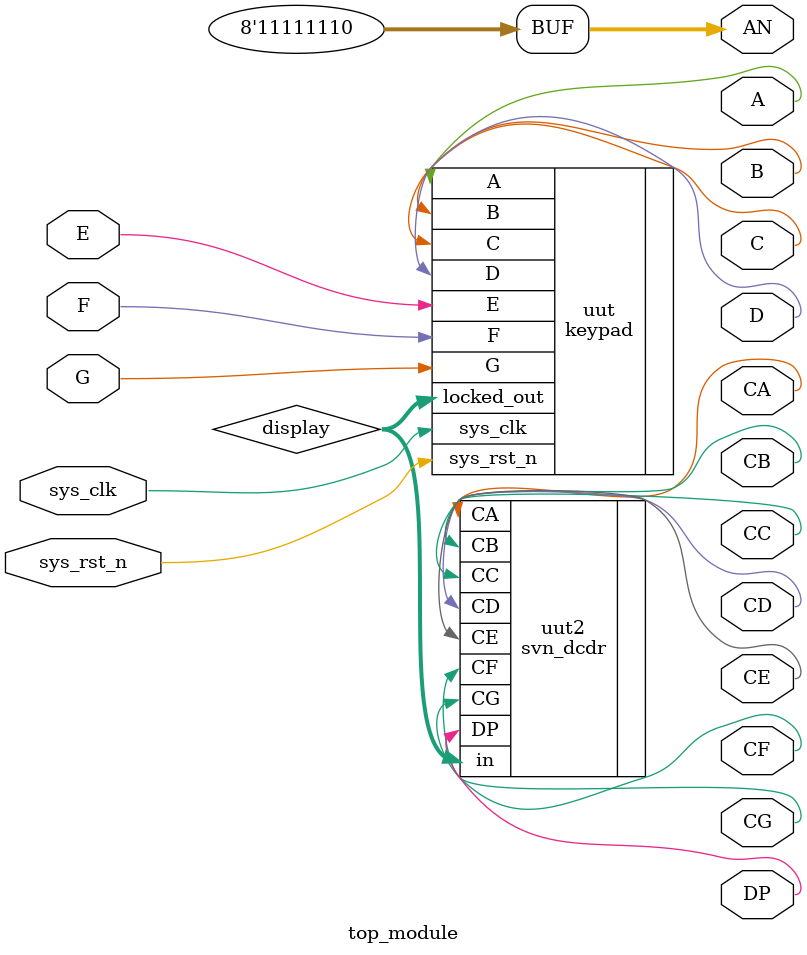
<source format=v>
module top_module (
    input sys_clk,
    input sys_rst_n,
    input E,
    input F,
    input G,
    output A,
    output B,
    output C,
    output D,
    output CA,
    output CB,
    output CC,
    output CD,
    output CE,
    output CF,
    output CG,
    output DP,
    output [7:0] AN
);

    wire [3:0] display;

    (* keep_hierarchy = "yes" *)keypad uut (
        .sys_clk(sys_clk),
        .sys_rst_n(sys_rst_n),
        .E(E),
        .F(F),
        .G(G),
        .A(A),
        .B(B),
        .C(C),
        .D(D),
        .locked_out(display)
    );

    (* keep_hierarchy = "yes" *)svn_dcdr uut2 (
        .in(display),
        .CA(CA),
        .CB(CB),
        .CC(CC),
        .CD(CD),
        .CE(CE),
        .CF(CF),
        .CG(CG),
        .DP(DP)
    );
    assign AN = 8'b1111_1110;

endmodule

</source>
